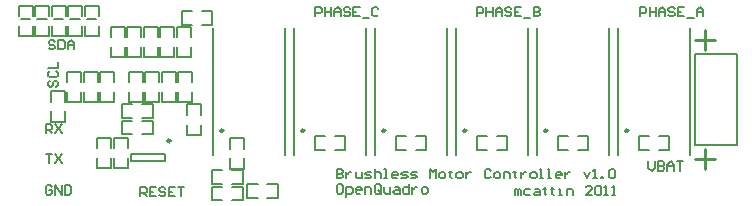
<source format=gto>
%FSLAX25Y25*%
%MOIN*%
G70*
G01*
G75*
G04 Layer_Color=65535*
%ADD10R,0.27559X0.07874*%
%ADD11R,0.07874X0.03937*%
%ADD12R,0.12500X0.07000*%
%ADD13R,0.21654X0.24803*%
%ADD14R,0.03740X0.06299*%
%ADD15R,0.03937X0.07874*%
%ADD16R,0.02559X0.04134*%
%ADD17R,0.03201X0.02799*%
%ADD18R,0.03200X0.02800*%
%ADD19R,0.02800X0.03200*%
%ADD20C,0.00800*%
%ADD21C,0.01200*%
%ADD22C,0.01000*%
%ADD23C,0.03000*%
%ADD24C,0.06299*%
%ADD25R,0.06299X0.06299*%
%ADD26C,0.02362*%
%ADD27O,0.02362X0.07087*%
%ADD28O,0.07087X0.01181*%
%ADD29O,0.01181X0.07087*%
%ADD30R,0.03937X0.01969*%
%ADD31R,0.08000X0.05000*%
%ADD32R,0.08465X0.03740*%
%ADD33R,0.08465X0.12795*%
%ADD34R,0.07480X0.09449*%
%ADD35C,0.02000*%
%ADD36C,0.05000*%
%ADD37C,0.00984*%
%ADD38C,0.00600*%
%ADD39C,0.00787*%
%ADD40C,0.00500*%
%ADD41C,0.00799*%
D22*
X230598Y58500D02*
Y51836D01*
X233931Y55168D02*
X227266D01*
X230902Y12000D02*
Y18665D01*
X227569Y15332D02*
X234234D01*
D37*
X178177Y24976D02*
G03*
X178177Y24976I-492J0D01*
G01*
X205177D02*
G03*
X205177Y24976I-492J0D01*
G01*
X124177D02*
G03*
X124177Y24976I-492J0D01*
G01*
X151177D02*
G03*
X151177Y24976I-492J0D01*
G01*
X70177D02*
G03*
X70177Y24976I-492J0D01*
G01*
X97177D02*
G03*
X97177Y24976I-492J0D01*
G01*
X52579Y21512D02*
G03*
X52579Y21512I-492J0D01*
G01*
D38*
X227500Y50500D02*
X241500D01*
Y20000D02*
Y50500D01*
X227500Y20000D02*
Y50500D01*
Y20000D02*
X241500D01*
D39*
X198728Y16905D02*
Y59228D01*
X174634Y16905D02*
Y59228D01*
X225728Y16905D02*
Y59228D01*
X201634Y16905D02*
Y59228D01*
X144728Y16905D02*
Y59228D01*
X120634Y16905D02*
Y59228D01*
X171728Y16905D02*
Y59228D01*
X147634Y16905D02*
Y59228D01*
X90728Y16905D02*
Y59228D01*
X66634Y16905D02*
Y59228D01*
X117728Y16905D02*
Y59228D01*
X93634Y16905D02*
Y59228D01*
X39291Y17181D02*
X50709D01*
Y14819D02*
Y17181D01*
X39291Y14819D02*
X50709D01*
X39291D02*
Y17181D01*
D40*
X28600Y63200D02*
Y66600D01*
Y56400D02*
Y59900D01*
X24000Y63200D02*
Y66600D01*
X28600D01*
X24000Y56400D02*
Y59800D01*
Y56400D02*
X28600D01*
X18500D02*
X23100D01*
X18500D02*
Y59800D01*
Y66600D02*
X23100D01*
X18500Y63200D02*
Y66600D01*
X23100Y56400D02*
Y59900D01*
Y63200D02*
Y66600D01*
X17600Y63200D02*
Y66600D01*
Y56400D02*
Y59900D01*
X13000Y63200D02*
Y66600D01*
X17600D01*
X13000Y56400D02*
Y59800D01*
Y56400D02*
X17600D01*
X7500D02*
X12100D01*
X7500D02*
Y59800D01*
Y66600D02*
X12100D01*
X7500Y63200D02*
Y66600D01*
X12100Y56400D02*
Y59900D01*
Y63200D02*
Y66600D01*
X6600Y63200D02*
Y66600D01*
Y56400D02*
Y59900D01*
X2000Y63200D02*
Y66600D01*
X6600D01*
X2000Y56400D02*
Y59800D01*
Y56400D02*
X6600D01*
X49702Y34402D02*
Y37900D01*
Y34402D02*
X54298D01*
Y37900D01*
X49702Y44598D02*
X54298D01*
X49702Y41100D02*
Y44598D01*
X54298Y41100D02*
Y44598D01*
X42798Y56100D02*
Y59598D01*
X38202Y56100D02*
Y59598D01*
X42798D01*
Y49402D02*
Y52900D01*
X38202Y49402D02*
X42798D01*
X38202D02*
Y52900D01*
X49202Y49402D02*
Y52900D01*
Y49402D02*
X53798D01*
Y52900D01*
X49202Y59598D02*
X53798D01*
X49202Y56100D02*
Y59598D01*
X53798Y56100D02*
Y59598D01*
X55202Y34402D02*
Y37900D01*
X59798Y34402D02*
Y37900D01*
X55202Y34402D02*
X59798D01*
X55202Y41100D02*
Y44598D01*
X59798D01*
Y41100D02*
Y44598D01*
X44202Y34402D02*
Y37900D01*
Y34402D02*
X48798D01*
Y37900D01*
X44202Y44598D02*
X48798D01*
X44202Y41100D02*
Y44598D01*
X48798Y41100D02*
Y44598D01*
X43298Y41100D02*
Y44598D01*
X38702Y41100D02*
Y44598D01*
X43298D01*
Y34402D02*
Y37900D01*
X38702Y34402D02*
X43298D01*
X38702D02*
Y37900D01*
X32702Y49402D02*
Y52900D01*
Y49402D02*
X37298D01*
Y52900D01*
X32702Y59598D02*
X37298D01*
X32702Y56100D02*
Y59598D01*
X37298Y56100D02*
Y59598D01*
X48298Y56100D02*
Y59598D01*
X43702Y56100D02*
Y59598D01*
X48298D01*
Y49402D02*
Y52900D01*
X43702Y49402D02*
X48298D01*
X43702D02*
Y52900D01*
X54702Y49402D02*
Y52900D01*
Y49402D02*
X59298D01*
Y52900D01*
X54702Y59598D02*
X59298D01*
X54702Y56100D02*
Y59598D01*
X59298Y56100D02*
Y59598D01*
X66402Y6298D02*
X69900D01*
X66402Y1702D02*
X69900D01*
X66402D02*
Y6298D01*
X73100D02*
X76598D01*
Y1702D02*
Y6298D01*
X73100Y1702D02*
X76598D01*
X62798Y30179D02*
Y33677D01*
X58202D02*
X62798D01*
X58202Y30179D02*
Y33677D01*
Y23480D02*
X62798D01*
Y26979D01*
X58202Y23480D02*
Y26979D01*
X78083Y7165D02*
X81581D01*
X78083Y2568D02*
X81581D01*
X78083D02*
Y7165D01*
X84781D02*
X88279D01*
Y2568D02*
Y7165D01*
X84781Y2568D02*
X88279D01*
X73100Y7202D02*
X76598D01*
Y11798D01*
X73100D02*
X76598D01*
X66402Y7202D02*
Y11798D01*
Y7202D02*
X69900D01*
X66402Y11798D02*
X69900D01*
X23702Y34402D02*
Y37900D01*
X28298Y34402D02*
Y37900D01*
X23702Y34402D02*
X28298D01*
X23702Y41100D02*
Y44598D01*
X28298D01*
Y41100D02*
Y44598D01*
X33798Y41100D02*
Y44598D01*
X29202D02*
X33798D01*
X29202Y41100D02*
Y44598D01*
Y34402D02*
X33798D01*
Y37900D01*
X29202Y34402D02*
Y37900D01*
X22798Y41100D02*
Y44598D01*
X18202Y41100D02*
Y44598D01*
X22798D01*
Y34402D02*
Y37900D01*
X18202Y34402D02*
X22798D01*
X18202D02*
Y37900D01*
X12702Y27902D02*
Y31400D01*
Y27902D02*
X17298D01*
Y31400D01*
X12702Y38098D02*
X17298D01*
X12702Y34600D02*
Y38098D01*
X17298Y34600D02*
Y38098D01*
X188281Y18568D02*
X191779D01*
X188281Y23165D02*
X191779D01*
Y18568D02*
Y23165D01*
X181583Y18568D02*
X185081D01*
X181583D02*
Y23165D01*
X185081D01*
X208583D02*
X212081D01*
X208583Y18568D02*
Y23165D01*
Y18568D02*
X212081D01*
X218779D02*
Y23165D01*
X215281D02*
X218779D01*
X215281Y18568D02*
X218779D01*
X134281D02*
X137779D01*
X134281Y23165D02*
X137779D01*
Y18568D02*
Y23165D01*
X127583Y18568D02*
X131081D01*
X127583D02*
Y23165D01*
X131081D01*
X154583D02*
X158081D01*
X154583Y18568D02*
Y23165D01*
Y18568D02*
X158081D01*
X164779D02*
Y23165D01*
X161281D02*
X164779D01*
X161281Y18568D02*
X164779D01*
X72383Y12268D02*
Y15766D01*
X76980Y12268D02*
Y15766D01*
X72383Y12268D02*
X76980D01*
X72383Y18966D02*
Y22465D01*
X76980D01*
Y18966D02*
Y22465D01*
X100583Y23165D02*
X104081D01*
X100583Y18568D02*
Y23165D01*
Y18568D02*
X104081D01*
X110780D02*
Y23165D01*
X107281D02*
X110780D01*
X107281Y18568D02*
X110780D01*
X36402Y33798D02*
X39900D01*
X36402Y29202D02*
X39900D01*
X36402D02*
Y33798D01*
X43100D02*
X46598D01*
Y29202D02*
Y33798D01*
X43100Y29202D02*
X46598D01*
X43100Y23702D02*
X46598D01*
Y28298D01*
X43100D02*
X46598D01*
X36402Y23702D02*
Y28298D01*
Y23702D02*
X39900D01*
X36402Y28298D02*
X39900D01*
X33702Y12402D02*
Y15900D01*
X38298Y12402D02*
Y15900D01*
X33702Y12402D02*
X38298D01*
X33702Y19100D02*
Y22598D01*
X38298D01*
Y19100D02*
Y22598D01*
X28202Y12402D02*
Y15900D01*
Y12402D02*
X32798D01*
Y15900D01*
X28202Y22598D02*
X32798D01*
X28202Y19100D02*
Y22598D01*
X32798Y19100D02*
Y22598D01*
X56301Y64798D02*
X59799D01*
X56301Y60202D02*
X59799D01*
X56301D02*
Y64798D01*
X62999D02*
X66498D01*
Y60202D02*
Y64798D01*
X62999Y60202D02*
X66498D01*
X167298Y3450D02*
Y5550D01*
X167823D01*
X168348Y5025D01*
Y3450D01*
Y5025D01*
X168873Y5550D01*
X169397Y5025D01*
Y3450D01*
X172546Y5550D02*
X170972D01*
X170447Y5025D01*
Y3975D01*
X170972Y3450D01*
X172546D01*
X174120Y5550D02*
X175170D01*
X175695Y5025D01*
Y3450D01*
X174120D01*
X173596Y3975D01*
X174120Y4500D01*
X175695D01*
X177269Y6074D02*
Y5550D01*
X176744D01*
X177794D01*
X177269D01*
Y3975D01*
X177794Y3450D01*
X179893Y6074D02*
Y5550D01*
X179368D01*
X180418D01*
X179893D01*
Y3975D01*
X180418Y3450D01*
X181992D02*
X183041D01*
X182517D01*
Y5550D01*
X181992D01*
X184616Y3450D02*
Y5550D01*
X186190D01*
X186715Y5025D01*
Y3450D01*
X193012D02*
X190913D01*
X193012Y5550D01*
Y6074D01*
X192487Y6599D01*
X191438D01*
X190913Y6074D01*
X194062D02*
X194586Y6599D01*
X195636D01*
X196160Y6074D01*
Y3975D01*
X195636Y3450D01*
X194586D01*
X194062Y3975D01*
Y6074D01*
X197210Y3450D02*
X198260D01*
X197735D01*
Y6599D01*
X197210Y6074D01*
X199834Y3450D02*
X200883D01*
X200359D01*
Y6599D01*
X199834Y6074D01*
X109574Y7124D02*
X108525D01*
X108000Y6599D01*
Y4500D01*
X108525Y3975D01*
X109574D01*
X110099Y4500D01*
Y6599D01*
X109574Y7124D01*
X111149Y2926D02*
Y6074D01*
X112723D01*
X113248Y5550D01*
Y4500D01*
X112723Y3975D01*
X111149D01*
X115872D02*
X114822D01*
X114297Y4500D01*
Y5550D01*
X114822Y6074D01*
X115872D01*
X116396Y5550D01*
Y5025D01*
X114297D01*
X117446Y3975D02*
Y6074D01*
X119020D01*
X119545Y5550D01*
Y3975D01*
X122693Y4500D02*
Y6599D01*
X122169Y7124D01*
X121119D01*
X120594Y6599D01*
Y4500D01*
X121119Y3975D01*
X122169D01*
X121644Y5025D02*
X122693Y3975D01*
X122169D02*
X122693Y4500D01*
X123743Y6074D02*
Y4500D01*
X124268Y3975D01*
X125842D01*
Y6074D01*
X127416D02*
X128466D01*
X128991Y5550D01*
Y3975D01*
X127416D01*
X126892Y4500D01*
X127416Y5025D01*
X128991D01*
X132139Y7124D02*
Y3975D01*
X130565D01*
X130040Y4500D01*
Y5550D01*
X130565Y6074D01*
X132139D01*
X133189D02*
Y3975D01*
Y5025D01*
X133713Y5550D01*
X134238Y6074D01*
X134763D01*
X136862Y3975D02*
X137912D01*
X138436Y4500D01*
Y5550D01*
X137912Y6074D01*
X136862D01*
X136337Y5550D01*
Y4500D01*
X136862Y3975D01*
X108000Y12149D02*
Y9000D01*
X109574D01*
X110099Y9525D01*
Y10050D01*
X109574Y10574D01*
X108000D01*
X109574D01*
X110099Y11099D01*
Y11624D01*
X109574Y12149D01*
X108000D01*
X111149Y11099D02*
Y9000D01*
Y10050D01*
X111673Y10574D01*
X112198Y11099D01*
X112723D01*
X114297D02*
Y9525D01*
X114822Y9000D01*
X116396D01*
Y11099D01*
X117446Y9000D02*
X119020D01*
X119545Y9525D01*
X119020Y10050D01*
X117971D01*
X117446Y10574D01*
X117971Y11099D01*
X119545D01*
X120594Y12149D02*
Y9000D01*
Y10574D01*
X121119Y11099D01*
X122169D01*
X122693Y10574D01*
Y9000D01*
X123743D02*
X124793D01*
X124268D01*
Y12149D01*
X123743D01*
X127941Y9000D02*
X126892D01*
X126367Y9525D01*
Y10574D01*
X126892Y11099D01*
X127941D01*
X128466Y10574D01*
Y10050D01*
X126367D01*
X129515Y9000D02*
X131090D01*
X131614Y9525D01*
X131090Y10050D01*
X130040D01*
X129515Y10574D01*
X130040Y11099D01*
X131614D01*
X132664Y9000D02*
X134238D01*
X134763Y9525D01*
X134238Y10050D01*
X133189D01*
X132664Y10574D01*
X133189Y11099D01*
X134763D01*
X138961Y9000D02*
Y12149D01*
X140011Y11099D01*
X141060Y12149D01*
Y9000D01*
X142634D02*
X143684D01*
X144209Y9525D01*
Y10574D01*
X143684Y11099D01*
X142634D01*
X142110Y10574D01*
Y9525D01*
X142634Y9000D01*
X145783Y11624D02*
Y11099D01*
X145258D01*
X146308D01*
X145783D01*
Y9525D01*
X146308Y9000D01*
X148407D02*
X149456D01*
X149981Y9525D01*
Y10574D01*
X149456Y11099D01*
X148407D01*
X147882Y10574D01*
Y9525D01*
X148407Y9000D01*
X151031Y11099D02*
Y9000D01*
Y10050D01*
X151556Y10574D01*
X152080Y11099D01*
X152605D01*
X159427Y11624D02*
X158902Y12149D01*
X157853D01*
X157328Y11624D01*
Y9525D01*
X157853Y9000D01*
X158902D01*
X159427Y9525D01*
X161001Y9000D02*
X162051D01*
X162576Y9525D01*
Y10574D01*
X162051Y11099D01*
X161001D01*
X160477Y10574D01*
Y9525D01*
X161001Y9000D01*
X163625D02*
Y11099D01*
X165199D01*
X165724Y10574D01*
Y9000D01*
X167298Y11624D02*
Y11099D01*
X166774D01*
X167823D01*
X167298D01*
Y9525D01*
X167823Y9000D01*
X169397Y11099D02*
Y9000D01*
Y10050D01*
X169922Y10574D01*
X170447Y11099D01*
X170972D01*
X173071Y9000D02*
X174120D01*
X174645Y9525D01*
Y10574D01*
X174120Y11099D01*
X173071D01*
X172546Y10574D01*
Y9525D01*
X173071Y9000D01*
X175695D02*
X176744D01*
X176219D01*
Y12149D01*
X175695D01*
X178319Y9000D02*
X179368D01*
X178843D01*
Y12149D01*
X178319D01*
X182517Y9000D02*
X181467D01*
X180942Y9525D01*
Y10574D01*
X181467Y11099D01*
X182517D01*
X183041Y10574D01*
Y10050D01*
X180942D01*
X184091Y11099D02*
Y9000D01*
Y10050D01*
X184616Y10574D01*
X185141Y11099D01*
X185665D01*
X190388D02*
X191438Y9000D01*
X192487Y11099D01*
X193537Y9000D02*
X194586D01*
X194062D01*
Y12149D01*
X193537Y11624D01*
X196160Y9000D02*
Y9525D01*
X196685D01*
Y9000D01*
X196160D01*
X198784Y11624D02*
X199309Y12149D01*
X200359D01*
X200883Y11624D01*
Y9525D01*
X200359Y9000D01*
X199309D01*
X198784Y9525D01*
Y11624D01*
X100900Y63000D02*
Y66149D01*
X102474D01*
X102999Y65624D01*
Y64574D01*
X102474Y64050D01*
X100900D01*
X104049Y66149D02*
Y63000D01*
Y64574D01*
X106148D01*
Y66149D01*
Y63000D01*
X107197D02*
Y65099D01*
X108247Y66149D01*
X109296Y65099D01*
Y63000D01*
Y64574D01*
X107197D01*
X112445Y65624D02*
X111920Y66149D01*
X110871D01*
X110346Y65624D01*
Y65099D01*
X110871Y64574D01*
X111920D01*
X112445Y64050D01*
Y63525D01*
X111920Y63000D01*
X110871D01*
X110346Y63525D01*
X115593Y66149D02*
X113494D01*
Y63000D01*
X115593D01*
X113494Y64574D02*
X114544D01*
X116643Y62475D02*
X118742D01*
X121891Y65624D02*
X121366Y66149D01*
X120316D01*
X119791Y65624D01*
Y63525D01*
X120316Y63000D01*
X121366D01*
X121891Y63525D01*
X154700Y63000D02*
Y66149D01*
X156274D01*
X156799Y65624D01*
Y64574D01*
X156274Y64050D01*
X154700D01*
X157849Y66149D02*
Y63000D01*
Y64574D01*
X159948D01*
Y66149D01*
Y63000D01*
X160997D02*
Y65099D01*
X162047Y66149D01*
X163096Y65099D01*
Y63000D01*
Y64574D01*
X160997D01*
X166245Y65624D02*
X165720Y66149D01*
X164671D01*
X164146Y65624D01*
Y65099D01*
X164671Y64574D01*
X165720D01*
X166245Y64050D01*
Y63525D01*
X165720Y63000D01*
X164671D01*
X164146Y63525D01*
X169393Y66149D02*
X167294D01*
Y63000D01*
X169393D01*
X167294Y64574D02*
X168344D01*
X170443Y62475D02*
X172542D01*
X173591Y66149D02*
Y63000D01*
X175166D01*
X175691Y63525D01*
Y64050D01*
X175166Y64574D01*
X173591D01*
X175166D01*
X175691Y65099D01*
Y65624D01*
X175166Y66149D01*
X173591D01*
X209100Y63000D02*
Y66149D01*
X210674D01*
X211199Y65624D01*
Y64574D01*
X210674Y64050D01*
X209100D01*
X212249Y66149D02*
Y63000D01*
Y64574D01*
X214348D01*
Y66149D01*
Y63000D01*
X215397D02*
Y65099D01*
X216447Y66149D01*
X217496Y65099D01*
Y63000D01*
Y64574D01*
X215397D01*
X220645Y65624D02*
X220120Y66149D01*
X219071D01*
X218546Y65624D01*
Y65099D01*
X219071Y64574D01*
X220120D01*
X220645Y64050D01*
Y63525D01*
X220120Y63000D01*
X219071D01*
X218546Y63525D01*
X223793Y66149D02*
X221694D01*
Y63000D01*
X223793D01*
X221694Y64574D02*
X222744D01*
X224843Y62475D02*
X226942D01*
X227992Y63000D02*
Y65099D01*
X229041Y66149D01*
X230091Y65099D01*
Y63000D01*
Y64574D01*
X227992D01*
X211900Y14649D02*
Y12550D01*
X212949Y11500D01*
X213999Y12550D01*
Y14649D01*
X215049D02*
Y11500D01*
X216623D01*
X217148Y12025D01*
Y12550D01*
X216623Y13074D01*
X215049D01*
X216623D01*
X217148Y13599D01*
Y14124D01*
X216623Y14649D01*
X215049D01*
X218197Y11500D02*
Y13599D01*
X219247Y14649D01*
X220296Y13599D01*
Y11500D01*
Y13074D01*
X218197D01*
X221346Y14649D02*
X223445D01*
X222395D01*
Y11500D01*
X42500Y3000D02*
Y6149D01*
X44074D01*
X44599Y5624D01*
Y4574D01*
X44074Y4050D01*
X42500D01*
X43549D02*
X44599Y3000D01*
X47748Y6149D02*
X45649D01*
Y3000D01*
X47748D01*
X45649Y4574D02*
X46698D01*
X50896Y5624D02*
X50371Y6149D01*
X49322D01*
X48797Y5624D01*
Y5099D01*
X49322Y4574D01*
X50371D01*
X50896Y4050D01*
Y3525D01*
X50371Y3000D01*
X49322D01*
X48797Y3525D01*
X54045Y6149D02*
X51946D01*
Y3000D01*
X54045D01*
X51946Y4574D02*
X52995D01*
X55094Y6149D02*
X57193D01*
X56144D01*
Y3000D01*
X13099Y6124D02*
X12574Y6649D01*
X11525D01*
X11000Y6124D01*
Y4025D01*
X11525Y3500D01*
X12574D01*
X13099Y4025D01*
Y5074D01*
X12049D01*
X14149Y3500D02*
Y6649D01*
X16248Y3500D01*
Y6649D01*
X17297D02*
Y3500D01*
X18871D01*
X19396Y4025D01*
Y6124D01*
X18871Y6649D01*
X17297D01*
X11000Y17149D02*
X13099D01*
X12049D01*
Y14000D01*
X14149Y17149D02*
X16248Y14000D01*
Y17149D02*
X14149Y14000D01*
X11000Y24000D02*
Y27149D01*
X12574D01*
X13099Y26624D01*
Y25574D01*
X12574Y25049D01*
X11000D01*
X12049D02*
X13099Y24000D01*
X14149Y27149D02*
X16248Y24000D01*
Y27149D02*
X14149Y24000D01*
X12376Y41599D02*
X11851Y41074D01*
Y40025D01*
X12376Y39500D01*
X12901D01*
X13426Y40025D01*
Y41074D01*
X13950Y41599D01*
X14475D01*
X15000Y41074D01*
Y40025D01*
X14475Y39500D01*
X12376Y44748D02*
X11851Y44223D01*
Y43173D01*
X12376Y42649D01*
X14475D01*
X15000Y43173D01*
Y44223D01*
X14475Y44748D01*
X11851Y45797D02*
X15000D01*
Y47896D01*
X14099Y54624D02*
X13574Y55149D01*
X12525D01*
X12000Y54624D01*
Y54099D01*
X12525Y53574D01*
X13574D01*
X14099Y53049D01*
Y52525D01*
X13574Y52000D01*
X12525D01*
X12000Y52525D01*
X15149Y55149D02*
Y52000D01*
X16723D01*
X17248Y52525D01*
Y54624D01*
X16723Y55149D01*
X15149D01*
X18297Y52000D02*
Y54099D01*
X19347Y55149D01*
X20396Y54099D01*
Y52000D01*
Y53574D01*
X18297D01*
D41*
X24725Y62237D02*
X27875D01*
X19225D02*
X22375D01*
X13725D02*
X16875D01*
X8225D02*
X11375D01*
X2725D02*
X5875D01*
M02*

</source>
